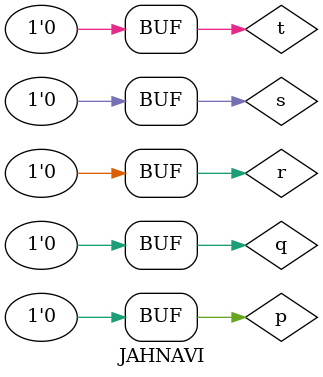
<source format=v>
module JAHNAVI();
reg p,q,r,s,t;
initial begin ///p
p=1'b1;
p<=#10 1'b0;
p<=#15 1'b1;
p<=#18 1'b0;
p<=#22 1'b1;
p<=#25 1'b0;

p<=#30 1'b1;
p<=#40 1'b0;

p<=#45 1'b1;
p<=#48 1'b0;

p<=#53 1'b1;
p<=#64 1'b0;

p<=#69 1'b1;
p<=#79 1'b0;

p<=#99 1'b1;
p<=#102 1'b0;

p<=#106 1'b1;
p<=#109 1'b0;

p<=#114 1'b1;
p<=#124 1'b0;

end


initial begin //q
q=1'b1;
q<=#3 1'b0;

q<=#15 1'b1;
q<=#18 1'b0;

q<=#22 1'b1;
q<=#25 1'b0;

q<=#30 1'b1;
q<=#33 1'b0;

q<=#37 1'b1;
q<=#40 1'b0;

q<=#45 1'b1;
q<=#48 1'b0;

q<=#57 1'b1;
q<=#60 1'b0;

q<=#69 1'b1;
q<=#72 1'b0;

q<=#76 1'b1;
q<=#79 1'b0;

q<=#84 1'b1;
q<=#87 1'b0;



q<=#99 1'b1;
q<=#102 1'b0;

q<=#106 1'b1;
q<=#109 1'b0;

q<=#114 1'b1;
q<=#117 1'b0;

q<=#121 1'b1;
q<=#124 1'b0;

end


initial begin //r
r=1'b1;
r<=#3 1'b0;

r<=#15 1'b1;
r<=#25 1'b0;

r<=#30 1'b1;
r<=#40 1'b0;

r<=#45 1'b1;
r<=#48 1'b0;

r<=#57 1'b1;
r<=#60 1'b0;

r<=#69 1'b1;
r<=#79 1'b0;

r<=#84 1'b1;
r<=#94 1'b0;

r<=#99 1'b1;
r<=#109 1'b0;

r<=#114 1'b1;
r<=#124 1'b0;







end


initial begin //s
s=1'b1;
s<=#3 1'b0;

s<=#15 1'b1;
s<=#18 1'b0;

s<=#22 1'b1;
s<=#25 1'b0;

s<=#30 1'b1;
s<=#33 1'b0;

s<=#37 1'b1;
s<=#40 1'b0;

s<=#45 1'b1;
s<=#48 1'b0;

s<=#57 1'b1;
s<=#60 1'b0;

s<=#69 1'b1;
s<=#72 1'b0;

s<=#76 1'b1;
s<=#79 1'b0;

s<=#84 1'b1;
s<=#87 1'b0;

s<=#91 1'b1;
s<=#94 1'b0;

s<=#106 1'b1;
s<=#109 1'b0;


s<=#114 1'b1;
s<=#117 1'b0;

s<=#121 1'b1;
s<=#124 1'b0;


end

initial begin //t
t=1'b1;
t<=#10 1'b0;

t<=#15 1'b1;
t<=#18 1'b0;

t<=#22 1'b1;
t<=#25 1'b0;

t<=#30 1'b1;
t<=#33 1'b0;

t<=#37 1'b1;
t<=#40 1'b0;

t<=#45 1'b1;
t<=#48 1'b0;

t<=#57 1'b1;
t<=#60 1'b0;

t<=#69 1'b1;
t<=#72 1'b0;

t<=#76 1'b1;
t<=#79 1'b0;

t<=#84 1'b1;
t<=#87 1'b0;

t<=#91 1'b1;
t<=#94 1'b0;

t<=#99 1'b1;
t<=#109 1'b0;


t<=#114 1'b1;
t<=#117 1'b0;

t<=#121 1'b1;
t<=#124 1'b0;








end

endmodule

</source>
